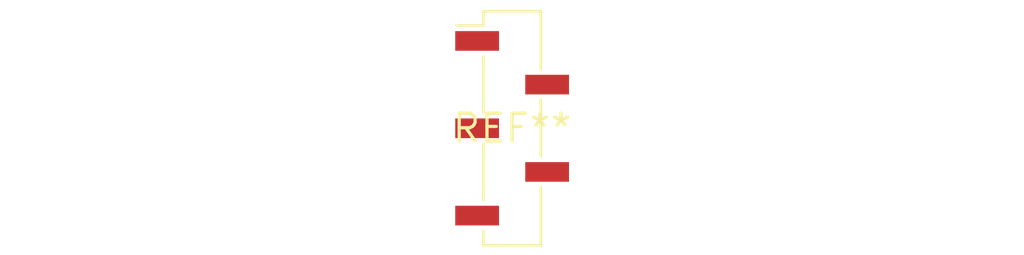
<source format=kicad_pcb>
(kicad_pcb (version 20240108) (generator pcbnew)
  (layers (0 "F.Cu" signal) (31 "B.Cu" signal) (34 "B.Paste" user) (35 "F.Paste" user) (36 "B.SilkS" user "B.Silkscreen") (37 "F.SilkS" user "F.Silkscreen") (38 "B.Mask" user) (39 "F.Mask" user) (44 "Edge.Cuts" user))
  (net 0 "")
  (footprint "PinSocket_1x05_P2.00mm_Vertical_SMD_Pin1Left" (layer "F.Cu") (at 0 0)
    (property "Reference" "REF**")
    (property "Value" "PinSocket_1x05_P2.00mm_Vertical_SMD_Pin1Left")
    (fp_line (start -2.54 -4.71) (end -1.31 -4.71) (layer "F.SilkS") (stroke (width 0.12)))
    (fp_line (start -1.31 -5.36) (end -1.31 -4.71) (layer "F.SilkS") (stroke (width 0.12)))
    (fp_line (start -1.31 -5.36) (end 1.31 -5.36) (layer "F.SilkS") (stroke (width 0.12)))
    (fp_line (start -1.31 -3.29) (end -1.31 -0.71) (layer "F.SilkS") (stroke (width 0.12)))
    (fp_line (start -1.31 0.71) (end -1.31 3.29) (layer "F.SilkS") (stroke (width 0.12)))
    (fp_line (start -1.31 4.71) (end -1.31 5.36) (layer "F.SilkS") (stroke (width 0.12)))
    (fp_line (start -1.31 5.36) (end 1.31 5.36) (layer "F.SilkS") (stroke (width 0.12)))
    (fp_line (start 1.31 -5.36) (end 1.31 -2.71) (layer "F.SilkS") (stroke (width 0.12)))
    (fp_line (start 1.31 -1.29) (end 1.31 1.29) (layer "F.SilkS") (stroke (width 0.12)))
    (fp_line (start 1.31 2.71) (end 1.31 5.36) (layer "F.SilkS") (stroke (width 0.12)))
    (pad "1" smd rect (at -1.6 -4) (size 2 0.9) (layers "F.Cu" "F.Paste" "F.Mask"))
    (pad "2" smd rect (at 1.6 -2) (size 2 0.9) (layers "F.Cu" "F.Paste" "F.Mask"))
    (pad "3" smd rect (at -1.6 0) (size 2 0.9) (layers "F.Cu" "F.Paste" "F.Mask"))
    (pad "4" smd rect (at 1.6 2) (size 2 0.9) (layers "F.Cu" "F.Paste" "F.Mask"))
    (pad "5" smd rect (at -1.6 4) (size 2 0.9) (layers "F.Cu" "F.Paste" "F.Mask"))
  )
)
</source>
